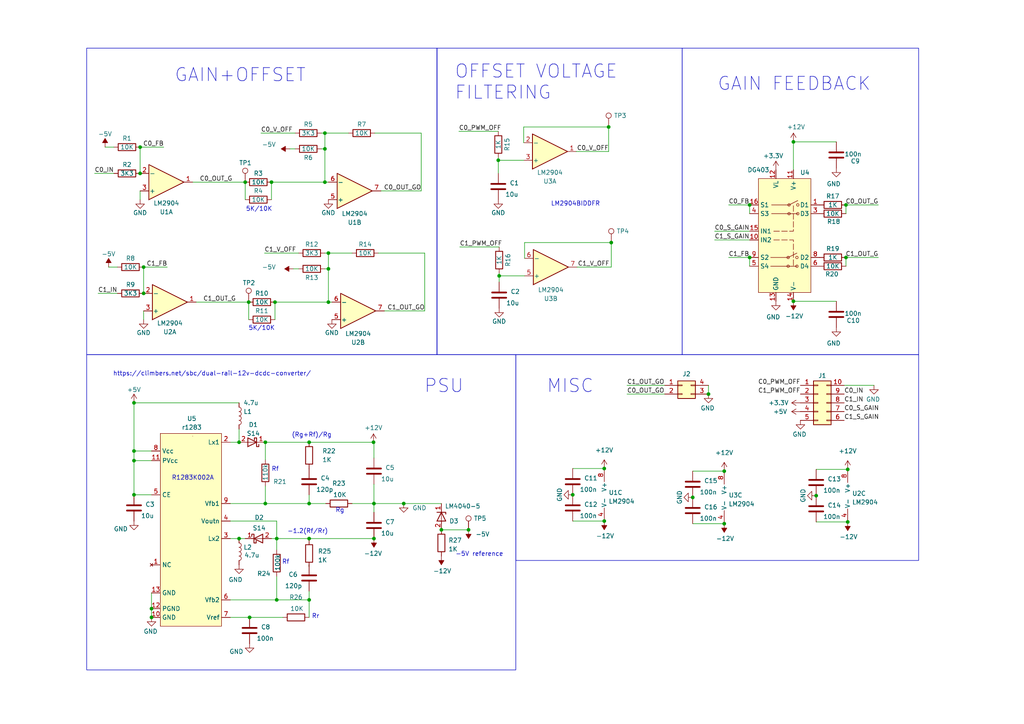
<source format=kicad_sch>
(kicad_sch (version 20230121) (generator eeschema)
  (paper "A4")
  (lib_symbols
    (symbol "Amplifier_Operational:LM2904" (pin_names (offset 0.127))
      (property "Reference" "U" (at 0 5.08 0))
      (property "Value" "LM2904" (at 0 -5.08 0))
      (symbol "LM2904_1_1"
        (polyline (pts (xy -5.08 5.08) (xy 5.08 0) (xy -5.08 -5.08) (xy -5.08 5.08)) (stroke (width 0.254)) (fill (type background)))
        (pin output line (at 7.62 0 180) (length 2.54) (name "~") (number "1"))
        (pin input line (at -7.62 -2.54 0) (length 2.54) (name "-") (number "2"))
        (pin input line (at -7.62 2.54 0) (length 2.54) (name "+") (number "3"))
      )
      (symbol "LM2904_2_1"
        (polyline (pts (xy -5.08 5.08) (xy 5.08 0) (xy -5.08 -5.08) (xy -5.08 5.08)) (stroke (width 0.254)) (fill (type background)))
        (pin input line (at -7.62 2.54 0) (length 2.54) (name "+") (number "5"))
        (pin input line (at -7.62 -2.54 0) (length 2.54) (name "-") (number "6"))
        (pin output line (at 7.62 0 180) (length 2.54) (name "~") (number "7"))
      )
      (symbol "LM2904_3_1"
        (pin power_in line (at -2.54 -7.62 90) (length 3.81) (name "V-") (number "4"))
        (pin power_in line (at -2.54 7.62 270) (length 3.81) (name "V+") (number "8"))
      )
    )
    (symbol "Connector:TestPoint" (pin_numbers hide) (pin_names (offset 0.762) hide)
      (property "Reference" "TP" (at 0 6.858 0))
      (property "Value" "TestPoint" (at 0 5.08 0))
      (symbol "TestPoint_0_1"
        (circle (center 0 3.302) (radius 0.762))
      )
      (symbol "TestPoint_1_1"
        (pin passive line (at 0 0 90) (length 2.54) (name "1") (number "1"))
      )
    )
    (symbol "Connector_Generic:Conn_02x02_Counter_Clockwise" (pin_names (offset 1.016) hide)
      (property "Reference" "J" (at 1.27 2.54 0))
      (property "Value" "Conn_02x02_Counter_Clockwise" (at 1.27 -5.08 0))
      (symbol "Conn_02x02_Counter_Clockwise_1_1"
        (rectangle (start -1.27 -2.413) (end 0 -2.667) (stroke (width 0.1524)))
        (rectangle (start -1.27 0.127) (end 0 -0.127) (stroke (width 0.1524)))
        (rectangle (start -1.27 1.27) (end 3.81 -3.81) (stroke (width 0.254)) (fill (type background)))
        (rectangle (start 3.81 -2.413) (end 2.54 -2.667) (stroke (width 0.1524)))
        (rectangle (start 3.81 0.127) (end 2.54 -0.127) (stroke (width 0.1524)))
        (pin passive line (at -5.08 0 0) (length 3.81) (name "Pin_1") (number "1"))
        (pin passive line (at -5.08 -2.54 0) (length 3.81) (name "Pin_2") (number "2"))
        (pin passive line (at 7.62 -2.54 180) (length 3.81) (name "Pin_3") (number "3"))
        (pin passive line (at 7.62 0 180) (length 3.81) (name "Pin_4") (number "4"))
      )
    )
    (symbol "Connector_Generic:Conn_02x05_Counter_Clockwise" (pin_names (offset 1.016) hide)
      (property "Reference" "J" (at 1.27 7.62 0))
      (property "Value" "Conn_02x05_Counter_Clockwise" (at 1.27 -7.62 0))
      (symbol "Conn_02x05_Counter_Clockwise_1_1"
        (rectangle (start -1.27 -4.953) (end 0 -5.207) (stroke (width 0.1524)))
        (rectangle (start -1.27 -2.413) (end 0 -2.667) (stroke (width 0.1524)))
        (rectangle (start -1.27 0.127) (end 0 -0.127) (stroke (width 0.1524)))
        (rectangle (start -1.27 2.667) (end 0 2.413) (stroke (width 0.1524)))
        (rectangle (start -1.27 5.207) (end 0 4.953) (stroke (width 0.1524)))
        (rectangle (start -1.27 6.35) (end 3.81 -6.35) (stroke (width 0.254)) (fill (type background)))
        (rectangle (start 3.81 -4.953) (end 2.54 -5.207) (stroke (width 0.1524)))
        (rectangle (start 3.81 -2.413) (end 2.54 -2.667) (stroke (width 0.1524)))
        (rectangle (start 3.81 0.127) (end 2.54 -0.127) (stroke (width 0.1524)))
        (rectangle (start 3.81 2.667) (end 2.54 2.413) (stroke (width 0.1524)))
        (rectangle (start 3.81 5.207) (end 2.54 4.953) (stroke (width 0.1524)))
        (pin passive line (at -5.08 5.08 0) (length 3.81) (name "Pin_1") (number "1"))
        (pin passive line (at 7.62 5.08 180) (length 3.81) (name "Pin_10") (number "10"))
        (pin passive line (at -5.08 2.54 0) (length 3.81) (name "Pin_2") (number "2"))
        (pin passive line (at -5.08 0 0) (length 3.81) (name "Pin_3") (number "3"))
        (pin passive line (at -5.08 -2.54 0) (length 3.81) (name "Pin_4") (number "4"))
        (pin passive line (at -5.08 -5.08 0) (length 3.81) (name "Pin_5") (number "5"))
        (pin passive line (at 7.62 -5.08 180) (length 3.81) (name "Pin_6") (number "6"))
        (pin passive line (at 7.62 -2.54 180) (length 3.81) (name "Pin_7") (number "7"))
        (pin passive line (at 7.62 0 180) (length 3.81) (name "Pin_8") (number "8"))
        (pin passive line (at 7.62 2.54 180) (length 3.81) (name "Pin_9") (number "9"))
      )
    )
    (symbol "D_Schottky_1" (pin_names (offset 1.016) hide)
      (property "Reference" "D" (at 0 2.54 0))
      (property "Value" "D_Schottky_1" (at 0 -2.54 0))
      (symbol "D_Schottky_1_0_1"
        (polyline (pts (xy 1.27 0) (xy -1.27 0)))
        (polyline (pts (xy 1.27 1.27) (xy 1.27 -1.27) (xy -1.27 0) (xy 1.27 1.27)) (stroke (width 0.254)))
        (polyline (pts (xy -1.905 0.635) (xy -1.905 1.27) (xy -1.27 1.27) (xy -1.27 -1.27) (xy -0.635 -1.27) (xy -0.635 -0.635)) (stroke (width 0.254)))
      )
      (symbol "D_Schottky_1_1_1"
        (pin passive line (at -3.81 0 0) (length 2.54) (name "K") (number "1"))
        (pin passive line (at 3.81 0 180) (length 2.54) (name "A") (number "2"))
      )
    )
    (symbol "Device:C" (pin_numbers hide) (pin_names (offset 0.254))
      (property "Reference" "C" (at 0.635 2.54 0))
      (property "Value" "C" (at 0.635 -2.54 0))
      (symbol "C_0_1"
        (polyline (pts (xy -2.032 -0.762) (xy 2.032 -0.762)) (stroke (width 0.508)))
        (polyline (pts (xy -2.032 0.762) (xy 2.032 0.762)) (stroke (width 0.508)))
      )
      (symbol "C_1_1"
        (pin passive line (at 0 3.81 270) (length 2.794) (name "~") (number "1"))
        (pin passive line (at 0 -3.81 90) (length 2.794) (name "~") (number "2"))
      )
    )
    (symbol "Device:D_Zener" (pin_names (offset 1.016) hide)
      (property "Reference" "D" (at 0 2.54 0))
      (property "Value" "D_Zener" (at 0 -2.54 0))
      (symbol "D_Zener_0_1"
        (polyline (pts (xy 1.27 0) (xy -1.27 0)))
        (polyline (pts (xy -1.27 -1.27) (xy -1.27 1.27) (xy -0.762 1.27)) (stroke (width 0.254)))
        (polyline (pts (xy 1.27 -1.27) (xy 1.27 1.27) (xy -1.27 0) (xy 1.27 -1.27)) (stroke (width 0.254)))
      )
      (symbol "D_Zener_1_1"
        (pin passive line (at -3.81 0 0) (length 2.54) (name "K") (number "1"))
        (pin passive line (at 3.81 0 180) (length 2.54) (name "A") (number "2"))
      )
    )
    (symbol "Device:L" (pin_numbers hide) (pin_names (offset 1.016) hide)
      (property "Reference" "L" (at -1.27 0 90))
      (property "Value" "L" (at 1.905 0 90))
      (symbol "L_0_1"
        (arc (start 0 -2.54) (mid 0.6323 -1.905) (end 0 -1.27))
        (arc (start 0 -1.27) (mid 0.6323 -0.635) (end 0 0))
        (arc (start 0 0) (mid 0.6323 0.635) (end 0 1.27))
        (arc (start 0 1.27) (mid 0.6323 1.905) (end 0 2.54))
      )
      (symbol "L_1_1"
        (pin passive line (at 0 3.81 270) (length 1.27) (name "1") (number "1"))
        (pin passive line (at 0 -3.81 90) (length 1.27) (name "2") (number "2"))
      )
    )
    (symbol "Device:R" (pin_numbers hide) (pin_names (offset 0))
      (property "Reference" "R" (at 2.032 0 90))
      (property "Value" "R" (at 0 0 90))
      (symbol "R_0_1"
        (rectangle (start -1.016 -2.54) (end 1.016 2.54) (stroke (width 0.254)))
      )
      (symbol "R_1_1"
        (pin passive line (at 0 3.81 270) (length 1.27) (name "~") (number "1"))
        (pin passive line (at 0 -3.81 90) (length 1.27) (name "~") (number "2"))
      )
    )
    (symbol "awg_lib:DG403"
      (property "Reference" "U" (at 2.54 17.78 0))
      (property "Value" "DG403" (at -7.112 6.604 0))
      (symbol "DG403_1_1"
        (rectangle (start -5.08 5.08) (end 10.16 -27.94) (fill (type background)))
        (polyline (pts (xy -1.524 -20.32) (xy 3.556 -20.32)))
        (polyline (pts (xy -1.524 -17.78) (xy 3.556 -17.78)))
        (polyline (pts (xy -1.27 -5.08) (xy 3.81 -5.08)))
        (polyline (pts (xy -1.27 -2.54) (xy 3.81 -2.54)))
        (polyline (pts (xy 3.556 -20.32) (xy 6.096 -20.32)))
        (polyline (pts (xy 3.556 -17.78) (xy 6.096 -16.51)))
        (polyline (pts (xy 3.81 -5.08) (xy 6.35 -5.08)))
        (polyline (pts (xy 3.81 -2.54) (xy 6.35 -1.27)))
        (polyline (pts (xy -0.635 -12.7) (xy 5.08 -12.7) (xy 5.08 -20.32)) (stroke (width 0) (type dash)))
        (polyline (pts (xy -0.635 -10.16) (xy 5.08 -10.16) (xy 5.08 -2.54)) (stroke (width 0) (type dash)))
        (circle (center 3.556 -20.32) (radius 0.3592))
        (circle (center 3.556 -17.78) (radius 0.3592))
        (circle (center 3.81 -5.08) (radius 0.3592))
        (circle (center 3.81 -2.54) (radius 0.3592))
        (circle (center 6.096 -20.32) (radius 0.3592))
        (circle (center 6.096 -17.78) (radius 0.3592))
        (circle (center 6.35 -5.08) (radius 0.3592))
        (circle (center 6.35 -2.54) (radius 0.3592))
        (pin input line (at 12.7 -2.54 180) (length 2.54) (name "D1") (number "1"))
        (pin input line (at -7.62 -12.7 0) (length 2.54) (name "IN2") (number "10"))
        (pin power_in line (at 5.08 7.62 270) (length 2.54) (name "V+") (number "11"))
        (pin power_in line (at 0 7.62 270) (length 2.54) (name "VL") (number "12"))
        (pin power_in line (at 0 -30.48 90) (length 2.54) (name "GND") (number "13"))
        (pin power_in line (at 5.08 -30.48 90) (length 2.54) (name "V-") (number "14"))
        (pin input line (at -7.62 -10.16 0) (length 2.54) (name "IN1") (number "15"))
        (pin input line (at -7.62 -2.54 0) (length 2.54) (name "S1") (number "16"))
        (pin input line (at 12.7 -5.08 180) (length 2.54) (name "D3") (number "3"))
        (pin input line (at -7.62 -5.08 0) (length 2.54) (name "S3") (number "4"))
        (pin input line (at -7.62 -20.32 0) (length 2.54) (name "S4") (number "5"))
        (pin input line (at 12.7 -20.32 180) (length 2.54) (name "D4") (number "6"))
        (pin input line (at 12.7 -17.78 180) (length 2.54) (name "D2") (number "8"))
        (pin input line (at -7.62 -17.78 0) (length 2.54) (name "S2") (number "9"))
      )
    )
    (symbol "awg_lib:r1283"
      (property "Reference" "U" (at -5.08 -2.54 0))
      (property "Value" "r1283" (at -5.08 -0.762 0))
      (symbol "r1283_0_1"
        (rectangle (start -15.24 -5.08) (end 2.54 -60.96) (fill (type background)))
        (rectangle (start -5.842 -5.842) (end -5.842 -5.842))
      )
      (symbol "r1283_1_1"
        (pin no_connect line (at -17.78 -43.18 0) (length 2.54) (name "NC") (number "1"))
        (pin power_in line (at -17.78 -58.42 0) (length 2.54) (name "GND") (number "10"))
        (pin power_out line (at -17.78 -12.954 0) (length 2.54) (name "PVcc") (number "11"))
        (pin power_out line (at -17.78 -55.88 0) (length 2.54) (name "PGND") (number "12"))
        (pin input line (at -17.78 -51.308 0) (length 2.54) (name "GND") (number "13"))
        (pin input line (at 5.08 -7.62 180) (length 2.54) (name "Lx1") (number "2"))
        (pin input line (at 5.08 -35.56 180) (length 2.54) (name "Lx2") (number "3"))
        (pin power_out line (at 5.08 -30.48 180) (length 2.54) (name "Voutn") (number "4"))
        (pin input line (at -17.78 -22.86 0) (length 2.54) (name "CE") (number "5"))
        (pin input line (at 5.08 -53.34 180) (length 2.54) (name "Vfb2") (number "6"))
        (pin input line (at 5.08 -58.42 180) (length 2.54) (name "Vref") (number "7"))
        (pin power_in line (at -17.78 -10.16 0) (length 2.54) (name "Vcc") (number "8"))
        (pin input line (at 5.08 -25.4 180) (length 2.54) (name "Vfb1") (number "9"))
      )
    )
    (symbol "power:+12V" (power) (pin_names (offset 0))
      (property "Value" "+12V" (at 0 3.556 0))
      (symbol "+12V_0_1"
        (polyline (pts (xy -0.762 1.27) (xy 0 2.54)))
        (polyline (pts (xy 0 0) (xy 0 2.54)))
        (polyline (pts (xy 0 2.54) (xy 0.762 1.27)))
      )
      (symbol "+12V_1_1"
        (pin power_in line (at 0 0 90) (length 0) hide (name "+12V") (number "1"))
      )
    )
    (symbol "power:+3.3V" (power) (pin_names (offset 0))
      (property "Value" "+3.3V" (at 0 3.556 0))
      (symbol "+3.3V_0_1"
        (polyline (pts (xy -0.762 1.27) (xy 0 2.54)))
        (polyline (pts (xy 0 0) (xy 0 2.54)))
        (polyline (pts (xy 0 2.54) (xy 0.762 1.27)))
      )
      (symbol "+3.3V_1_1"
        (pin power_in line (at 0 0 90) (length 0) hide (name "+3.3V") (number "1"))
      )
    )
    (symbol "power:+5V" (power) (pin_names (offset 0))
      (property "Value" "+5V" (at 0 3.556 0))
      (symbol "+5V_0_1"
        (polyline (pts (xy -0.762 1.27) (xy 0 2.54)))
        (polyline (pts (xy 0 0) (xy 0 2.54)))
        (polyline (pts (xy 0 2.54) (xy 0.762 1.27)))
      )
      (symbol "+5V_1_1"
        (pin power_in line (at 0 0 90) (length 0) hide (name "+5V") (number "1"))
      )
    )
    (symbol "power:-12V" (power) (pin_names (offset 0))
      (property "Value" "-12V" (at 0 3.81 0))
      (symbol "-12V_0_0"
        (pin power_in line (at 0 0 90) (length 0) hide (name "-12V") (number "1"))
      )
      (symbol "-12V_0_1"
        (polyline (pts (xy 0 0) (xy 0 1.27) (xy 0.762 1.27) (xy 0 2.54) (xy -0.762 1.27) (xy 0 1.27)) (fill (type outline)))
      )
    )
    (symbol "power:-5V" (power) (pin_names (offset 0))
      (property "Value" "-5V" (at 0 3.81 0))
      (symbol "-5V_0_0"
        (pin power_in line (at 0 0 90) (length 0) hide (name "-5V") (number "1"))
      )
      (symbol "-5V_0_1"
        (polyline (pts (xy 0 0) (xy 0 1.27) (xy 0.762 1.27) (xy 0 2.54) (xy -0.762 1.27) (xy 0 1.27)) (fill (type outline)))
      )
    )
    (symbol "power:GND" (power) (pin_names (offset 0))
      (property "Value" "GND" (at 0 -3.81 0))
      (symbol "GND_0_1"
        (polyline (pts (xy 0 0) (xy 0 -1.27) (xy 1.27 -1.27) (xy 0 -2.54) (xy -1.27 -1.27) (xy 0 -1.27)))
      )
      (symbol "GND_1_1"
        (pin power_in line (at 0 0 270) (length 0) hide (name "GND") (number "1"))
      )
    )
  )
  (junction (at 135.89 153.67))
  (junction (at 89.662 156.21))
  (junction (at 95.25 87.63))
  (junction (at 94.234 43.18))
  (junction (at 71.12 52.832))
  (junction (at 245.872 151.384))
  (junction (at 166.116 143.51))
  (junction (at 175.26 135.89))
  (junction (at 89.662 128.27))
  (junction (at 69.342 156.21))
  (junction (at 144.78 80.01))
  (junction (at 41.656 77.47))
  (junction (at 245.364 59.436))
  (junction (at 94.234 52.832))
  (junction (at 108.458 146.05))
  (junction (at 210.058 136.652))
  (junction (at 69.342 128.27))
  (junction (at 78.74 52.832))
  (junction (at 41.656 85.09))
  (junction (at 72.136 87.63))
  (junction (at 108.331 128.27))
  (junction (at 89.662 173.99))
  (junction (at 40.64 42.672))
  (junction (at 217.424 74.676))
  (junction (at 72.39 179.07))
  (junction (at 38.862 116.84))
  (junction (at 210.058 151.892))
  (junction (at 117.094 146.05))
  (junction (at 128.016 153.67))
  (junction (at 89.662 146.05))
  (junction (at 94.234 38.608))
  (junction (at 108.458 156.21))
  (junction (at 230.124 41.148))
  (junction (at 245.872 136.144))
  (junction (at 79.756 87.63))
  (junction (at 38.862 130.81))
  (junction (at 76.962 128.27))
  (junction (at 38.862 143.51))
  (junction (at 236.728 143.764))
  (junction (at 175.26 151.13))
  (junction (at 38.862 133.604))
  (junction (at 217.424 59.436))
  (junction (at 176.53 36.83))
  (junction (at 205.486 114.3))
  (junction (at 144.526 46.482))
  (junction (at 230.124 87.376))
  (junction (at 43.942 176.53))
  (junction (at 177.292 70.358))
  (junction (at 76.962 146.05))
  (junction (at 95.25 77.978))
  (junction (at 43.942 179.07))
  (junction (at 80.264 156.21))
  (junction (at 80.264 173.99))
  (junction (at 245.364 74.676))
  (junction (at 95.25 73.406))
  (junction (at 40.64 50.292))
  (junction (at 200.914 144.272))
  (wire (pts (xy 144.78 80.01) (xy 152.146 80.01)))
  (wire (pts (xy 80.264 173.99) (xy 66.802 173.99)))
  (wire (pts (xy 89.662 156.21) (xy 108.458 156.21)))
  (wire (pts (xy 110.49 55.372) (xy 122.174 55.372)))
  (wire (pts (xy 93.218 43.18) (xy 94.234 43.18)))
  (wire (pts (xy 152.146 70.358) (xy 152.146 74.93)))
  (wire (pts (xy 133.096 38.1) (xy 144.526 38.1)))
  (wire (pts (xy 43.942 179.07) (xy 43.942 176.53)))
  (wire (pts (xy 71.12 52.832) (xy 71.12 57.912)))
  (wire (pts (xy 40.64 42.672) (xy 40.64 50.292)))
  (wire (pts (xy 144.526 46.482) (xy 144.526 50.292)))
  (wire (pts (xy 242.57 87.376) (xy 230.124 87.376)))
  (wire (pts (xy 236.728 136.144) (xy 245.872 136.144)))
  (wire (pts (xy 80.264 156.21) (xy 89.662 156.21)))
  (wire (pts (xy 41.656 90.17) (xy 41.656 92.71)))
  (wire (pts (xy 230.124 41.148) (xy 230.124 49.276)))
  (wire (pts (xy 181.864 111.76) (xy 192.786 111.76)))
  (wire (pts (xy 176.53 36.83) (xy 176.53 43.942)))
  (wire (pts (xy 78.74 52.832) (xy 94.234 52.832)))
  (wire (pts (xy 245.364 74.676) (xy 245.364 77.216)))
  (wire (pts (xy 108.712 38.608) (xy 122.174 38.608)))
  (wire (pts (xy 144.526 45.72) (xy 144.526 46.482)))
  (wire (pts (xy 38.862 116.84) (xy 38.862 130.81)))
  (wire (pts (xy 166.116 135.89) (xy 175.26 135.89)))
  (wire (pts (xy 122.174 38.608) (xy 122.174 55.372)))
  (wire (pts (xy 38.862 133.604) (xy 38.862 143.51)))
  (wire (pts (xy 181.864 114.3) (xy 192.786 114.3)))
  (wire (pts (xy 85.09 77.978) (xy 86.614 77.978)))
  (wire (pts (xy 96.266 87.63) (xy 95.25 87.63)))
  (wire (pts (xy 38.862 130.81) (xy 43.942 130.81)))
  (wire (pts (xy 69.342 124.46) (xy 69.342 128.27)))
  (wire (pts (xy 242.57 41.148) (xy 230.124 41.148)))
  (wire (pts (xy 207.264 67.056) (xy 217.424 67.056)))
  (wire (pts (xy 31.496 77.47) (xy 34.036 77.47)))
  (wire (pts (xy 109.728 73.406) (xy 123.19 73.406)))
  (wire (pts (xy 108.458 146.05) (xy 108.458 148.59)))
  (wire (pts (xy 84.074 43.18) (xy 85.598 43.18)))
  (wire (pts (xy 108.458 140.462) (xy 108.458 146.05)))
  (wire (pts (xy 95.25 73.406) (xy 95.25 77.978)))
  (wire (pts (xy 211.328 59.436) (xy 217.424 59.436)))
  (wire (pts (xy 254.762 59.436) (xy 245.364 59.436)))
  (wire (pts (xy 144.78 79.248) (xy 144.78 80.01)))
  (wire (pts (xy 253.492 111.76) (xy 244.856 111.76)))
  (wire (pts (xy 89.662 128.27) (xy 76.962 128.27)))
  (wire (pts (xy 89.662 173.99) (xy 89.662 171.45)))
  (wire (pts (xy 76.962 146.05) (xy 89.662 146.05)))
  (wire (pts (xy 111.506 90.17) (xy 123.19 90.17)))
  (wire (pts (xy 38.862 143.51) (xy 43.942 143.51)))
  (wire (pts (xy 94.234 77.978) (xy 95.25 77.978)))
  (wire (pts (xy 94.234 73.406) (xy 95.25 73.406)))
  (wire (pts (xy 133.35 71.628) (xy 144.78 71.628)))
  (wire (pts (xy 79.756 87.63) (xy 95.25 87.63)))
  (wire (pts (xy 40.64 55.372) (xy 40.64 57.912)))
  (wire (pts (xy 80.264 173.99) (xy 89.662 173.99)))
  (wire (pts (xy 93.218 38.608) (xy 94.234 38.608)))
  (wire (pts (xy 94.488 146.05) (xy 89.662 146.05)))
  (wire (pts (xy 69.342 156.21) (xy 66.802 156.21)))
  (wire (pts (xy 89.662 164.338) (xy 89.662 163.83)))
  (wire (pts (xy 108.331 128.27) (xy 108.458 128.27)))
  (wire (pts (xy 76.962 140.97) (xy 76.962 146.05)))
  (wire (pts (xy 89.662 128.27) (xy 108.331 128.27)))
  (wire (pts (xy 144.78 80.01) (xy 144.78 81.788)))
  (wire (pts (xy 80.264 159.512) (xy 80.264 156.21)))
  (wire (pts (xy 89.662 179.07) (xy 89.662 173.99)))
  (wire (pts (xy 151.892 36.83) (xy 176.53 36.83)))
  (wire (pts (xy 78.74 156.21) (xy 80.264 156.21)))
  (wire (pts (xy 177.292 77.47) (xy 177.292 70.358)))
  (wire (pts (xy 144.526 46.482) (xy 151.892 46.482)))
  (wire (pts (xy 80.264 156.21) (xy 80.264 151.13)))
  (wire (pts (xy 176.53 43.942) (xy 167.132 43.942)))
  (wire (pts (xy 69.342 128.27) (xy 66.802 128.27)))
  (wire (pts (xy 117.094 146.05) (xy 128.016 146.05)))
  (wire (pts (xy 166.116 151.13) (xy 175.26 151.13)))
  (wire (pts (xy 38.862 133.604) (xy 43.942 133.604)))
  (wire (pts (xy 128.016 153.67) (xy 135.89 153.67)))
  (wire (pts (xy 177.292 70.358) (xy 152.146 70.358)))
  (wire (pts (xy 69.342 116.84) (xy 38.862 116.84)))
  (wire (pts (xy 43.942 171.958) (xy 43.942 176.53)))
  (wire (pts (xy 102.108 73.406) (xy 95.25 73.406)))
  (wire (pts (xy 217.424 74.676) (xy 217.424 77.216)))
  (wire (pts (xy 78.74 57.912) (xy 78.74 52.832)))
  (wire (pts (xy 80.264 151.13) (xy 66.802 151.13)))
  (wire (pts (xy 30.48 42.672) (xy 33.02 42.672)))
  (wire (pts (xy 56.896 87.63) (xy 72.136 87.63)))
  (wire (pts (xy 89.662 146.05) (xy 89.662 143.51)))
  (wire (pts (xy 211.328 74.676) (xy 217.424 74.676)))
  (wire (pts (xy 79.756 92.71) (xy 79.756 87.63)))
  (wire (pts (xy 217.424 59.436) (xy 217.424 61.976)))
  (wire (pts (xy 72.39 179.07) (xy 66.802 179.07)))
  (wire (pts (xy 108.458 128.27) (xy 108.458 132.842)))
  (wire (pts (xy 236.728 151.384) (xy 245.872 151.384)))
  (wire (pts (xy 210.058 151.892) (xy 200.914 151.892)))
  (wire (pts (xy 76.962 133.35) (xy 76.962 128.27)))
  (wire (pts (xy 28.448 85.09) (xy 34.036 85.09)))
  (wire (pts (xy 207.264 69.596) (xy 217.424 69.596)))
  (wire (pts (xy 151.892 41.402) (xy 151.892 36.83)))
  (wire (pts (xy 80.264 167.132) (xy 80.264 173.99)))
  (wire (pts (xy 94.234 52.832) (xy 94.234 43.18)))
  (wire (pts (xy 108.458 146.05) (xy 102.108 146.05)))
  (wire (pts (xy 66.802 146.05) (xy 76.962 146.05)))
  (wire (pts (xy 167.386 77.47) (xy 177.292 77.47)))
  (wire (pts (xy 41.656 77.47) (xy 41.656 85.09)))
  (wire (pts (xy 108.331 128.397) (xy 108.331 128.27)))
  (wire (pts (xy 47.498 42.672) (xy 40.64 42.672)))
  (wire (pts (xy 254.762 74.676) (xy 245.364 74.676)))
  (wire (pts (xy 76.708 73.406) (xy 86.614 73.406)))
  (wire (pts (xy 117.094 146.05) (xy 108.458 146.05)))
  (wire (pts (xy 82.042 179.07) (xy 72.39 179.07)))
  (wire (pts (xy 101.092 38.608) (xy 94.234 38.608)))
  (wire (pts (xy 89.662 156.718) (xy 89.662 156.21)))
  (wire (pts (xy 69.342 156.21) (xy 71.12 156.21)))
  (wire (pts (xy 205.486 114.3) (xy 205.486 111.76)))
  (wire (pts (xy 27.432 50.292) (xy 33.02 50.292)))
  (wire (pts (xy 95.25 52.832) (xy 94.234 52.832)))
  (wire (pts (xy 48.514 77.47) (xy 41.656 77.47)))
  (wire (pts (xy 72.136 87.63) (xy 72.136 92.71)))
  (wire (pts (xy 245.364 59.436) (xy 245.364 61.976)))
  (wire (pts (xy 200.914 136.652) (xy 210.058 136.652)))
  (wire (pts (xy 95.25 87.63) (xy 95.25 77.978)))
  (wire (pts (xy 55.88 52.832) (xy 71.12 52.832)))
  (wire (pts (xy 38.862 130.81) (xy 38.862 133.604)))
  (wire (pts (xy 94.234 38.608) (xy 94.234 43.18)))
  (wire (pts (xy 123.19 73.406) (xy 123.19 90.17)))
  (wire (pts (xy 75.692 38.608) (xy 85.598 38.608)))
  (rectangle (start 25.146 102.87) (end 149.606 194.31))
  (rectangle (start 126.746 13.97) (end 197.866 102.87))
  (rectangle (start 197.866 13.97) (end 266.446 102.87))
  (rectangle (start 25.146 13.97) (end 126.746 102.87))
  (rectangle (start 149.606 102.87) (end 266.446 162.56))
  (text "OFFSET VOLTAGE\nFILTERING" (at 131.826 29.21 0) (effects (font (size 3.81 3.81)) (justify left bottom)))
  (text "-1.2(Rf/Rr)" (at 83.312 154.94 0) (effects (font (size 1.27 1.27)) (justify left bottom)))
  (text "5K/10K" (at 79.756 96.012 0) (effects (font (size 1.27 1.27)) (justify right bottom)))
  (text "GAIN FEEDBACK" (at 208.026 26.67 0) (effects (font (size 3.81 3.81)) (justify left bottom)))
  (text "MISC" (at 158.496 114.3 0) (effects (font (size 3.81 3.81)) (justify left bottom)))
  (text "-5V reference" (at 132.08 161.544 0) (effects (font (size 1.27 1.27)) (justify left bottom)))
  (text "R1283K002A" (at 49.784 139.446 0) (effects (font (size 1.27 1.27)) (justify left bottom)))
  (text "Rf" (at 78.74 136.906 0) (effects (font (size 1.27 1.27)) (justify left bottom)))
  (text "GAIN+OFFSET" (at 50.546 24.13 0) (effects (font (size 3.81 3.81)) (justify left bottom)))
  (text "Rr" (at 90.424 179.578 0) (effects (font (size 1.27 1.27)) (justify left bottom)))
  (text "Rf" (at 81.788 163.83 0) (effects (font (size 1.27 1.27)) (justify left bottom)))
  (text "PSU" (at 122.936 114.3 0) (effects (font (size 3.81 3.81)) (justify left bottom)))
  (text "LM2904BIDDFR" (at 159.766 59.944 0) (effects (font (size 1.27 1.27)) (justify left bottom)))
  (text "https://climbers.net/sbc/dual-rail-12v-dcdc-converter/" (at 32.766 109.22 0) (effects (font (size 1.27 1.27)) (justify left bottom)))
  (text "(Rg+Rf)/Rg" (at 84.582 127 0) (effects (font (size 1.27 1.27)) (justify left bottom)))
  (text "Rg" (at 97.282 148.844 0) (effects (font (size 1.27 1.27)) (justify left bottom)))
  (text "5K/10K" (at 78.994 61.468 0) (effects (font (size 1.27 1.27)) (justify right bottom)))
  (label "C1_IN" (at 28.448 85.09 0))
  (label "C1_S_GAIN" (at 207.264 69.596 0))
  (label "C0_OUT_G" (at 254.762 59.436 180))
  (label "C1_V_OFF" (at 76.708 73.406 0))
  (label "C1_OUT_GO" (at 123.19 90.17 180))
  (label "C1_OUT_G" (at 58.928 87.63 0))
  (label "C0_S_GAIN" (at 207.264 67.056 0))
  (label "C1_FB" (at 48.514 77.47 180))
  (label "C1_OUT_G" (at 254.762 74.676 180))
  (label "C0_IN" (at 244.856 114.3 0))
  (label "C1_FB" (at 211.328 74.676 0))
  (label "C0_S_GAIN" (at 244.856 119.38 0))
  (label "C1_IN" (at 244.856 116.84 0))
  (label "C0_FB" (at 211.328 59.436 0))
  (label "C0_PWM_OFF" (at 232.156 111.76 180))
  (label "C0_V_OFF" (at 176.53 43.942 180))
  (label "C1_OUT_GO" (at 181.864 111.76 0))
  (label "C0_IN" (at 27.432 50.292 0))
  (label "C0_OUT_G" (at 57.912 52.832 0))
  (label "C0_OUT_GO" (at 122.174 55.372 180))
  (label "C0_FB" (at 47.498 42.672 180))
  (label "C0_PWM_OFF" (at 133.096 38.1 0))
  (label "C1_S_GAIN" (at 244.856 121.92 0))
  (label "C1_PWM_OFF" (at 133.35 71.628 0))
  (label "C0_V_OFF" (at 75.692 38.608 0))
  (label "C1_V_OFF" (at 176.784 77.47 180))
  (label "C0_OUT_GO" (at 181.864 114.3 0))
  (label "C1_PWM_OFF" (at 232.156 114.3 180))
  (symbol (lib_id "awg_lib:DG403") (at 225.044 56.896 0) (unit 1)
    (property "Reference" "U4" (at 232.0799 50.038 0) (effects (justify left)))
    (property "Value" "DG403" (at 219.964 49.276 0))
    (property "Footprint" "Package_SO:TSSOP-16-1EP_4.4x5mm_P0.65mm" (effects hide))
    (property "BUY" "https://www.digikey.com/en/products/detail/renesas-electronics-america-inc/DG403DVZ/1976787" (effects hide))
  )
  (symbol (lib_id "awg_lib:r1283") (at 61.722 120.65 0) (unit 1)
    (property "Reference" "U5" (at 55.626 121.412 0))
    (property "Value" "r1283" (at 55.626 123.952 0))
    (property "Footprint" "awg_fp_lib:DFN-12" (effects hide))
    (property "BUY" "https://www.digikey.com/en/products/detail/nisshinbo-micro-devices-inc/R1283K001C-TR/10212797" (effects hide))
  )
  (symbol (lib_id "Device:R") (at 128.016 157.48 0) (unit 1)
    (property "Reference" "R27" (at 130.048 156.718 0) (effects (justify left)))
    (property "Value" "1K" (at 130.048 159.258 0) (effects (justify left)))
    (property "Footprint" "Resistor_SMD:R_0603_1608Metric" (effects hide))
  )
  (symbol (lib_id "power:-12V") (at 230.124 87.376 180) (unit 1)
    (property "Reference" "#PWR0118" (effects hide))
    (property "Value" "-12V" (at 230.378 91.694 0))
  )
  (symbol (lib_id "Device:C") (at 72.39 182.88 0) (unit 1)
    (property "Reference" "C8" (at 75.692 181.864 0) (effects (justify left)))
    (property "Value" "100n" (at 74.422 185.166 0) (effects (justify left)))
    (property "Footprint" "Capacitor_SMD:C_0603_1608Metric_Pad1.08x0.95mm_HandSolder" (effects hide))
  )
  (symbol (lib_id "power:+3.3V") (at 232.156 116.84 90) (unit 1)
    (property "Reference" "#PWR0110" (effects hide))
    (property "Value" "+3.3V" (at 225.806 116.84 90))
  )
  (symbol (lib_id "power:-12V") (at 210.058 151.892 180) (unit 1)
    (property "Reference" "#PWR02" (effects hide))
    (property "Value" "-12V" (at 210.312 156.21 0))
  )
  (symbol (lib_id "power:GND") (at 236.728 143.764 270) (unit 1)
    (property "Reference" "#PWR0101" (effects hide))
    (property "Value" "GND" (at 232.918 145.796 0) (effects (justify right)))
  )
  (symbol (lib_name "D_Schottky_1") (lib_id "Device:D_Schottky") (at 74.93 156.21 0) (unit 1)
    (property "Reference" "D2" (at 75.184 150.114 0))
    (property "Value" "S14" (at 75.184 153.162 0))
    (property "Footprint" "awg_fp_lib:S14" (effects hide))
    (property "BUY" "https://www.digikey.com/en/products/detail/yangzhou-yangjie-electronic-technology-co-ltd/S14-F1-3000HF/13911645" (effects hide))
  )
  (symbol (lib_id "Connector_Generic:Conn_02x05_Counter_Clockwise") (at 237.236 116.84 0) (unit 1)
    (property "Reference" "J1" (at 238.506 108.966 0))
    (property "Value" "02x05" (effects hide))
    (property "Footprint" "awg_fp_lib:2x05" (effects hide))
  )
  (symbol (lib_id "Amplifier_Operational:LM2904") (at 177.8 143.51 0) (unit 3)
    (property "Reference" "U1" (at 176.53 142.875 0) (effects (justify left)))
    (property "Value" "LM2904" (at 176.53 145.415 0) (effects (justify left)))
    (property "Footprint" "Package_TO_SOT_SMD:SOT-23-8_Handsoldering" (effects hide))
    (property "Datasheet" "http://www.ti.com/lit/ds/symlink/lm358.pdf" (effects hide))
    (property "BUY" "https://www.digikey.com/en/products/detail/texas-instruments/LM2904BIDDFR/15222319" (effects hide))
  )
  (symbol (lib_id "Device:R") (at 241.554 61.976 270) (mirror x) (unit 1)
    (property "Reference" "R18" (at 241.808 64.262 90))
    (property "Value" "10K" (at 241.554 61.976 90))
    (property "Footprint" "Resistor_SMD:R_0603_1608Metric" (effects hide))
  )
  (symbol (lib_id "power:-5V") (at 84.074 43.18 90) (unit 1)
    (property "Reference" "#PWR0121" (effects hide))
    (property "Value" "-5V" (at 75.946 41.91 90) (effects (justify right)))
  )
  (symbol (lib_id "Device:R") (at 37.846 85.09 90) (unit 1)
    (property "Reference" "R9" (at 37.846 82.55 90))
    (property "Value" "3K3" (at 37.846 85.09 90))
    (property "Footprint" "Resistor_SMD:R_0603_1608Metric" (effects hide))
  )
  (symbol (lib_id "Device:R") (at 89.408 43.18 270) (unit 1)
    (property "Reference" "R6" (at 89.408 45.72 90))
    (property "Value" "10K" (at 89.408 43.18 90))
    (property "Footprint" "Resistor_SMD:R_0603_1608Metric" (effects hide))
  )
  (symbol (lib_id "Device:R") (at 80.264 163.322 0) (mirror y) (unit 1)
    (property "Reference" "R24" (at 78.486 166.37 0) (effects (justify left)))
    (property "Value" "100k" (at 80.518 165.608 90) (effects (justify left)))
    (property "Footprint" "Resistor_SMD:R_0603_1608Metric" (effects hide))
    (property "BUY" "https://www.digikey.com/en/products/detail/yageo/RC0603FR-07110KL/726905" (effects hide))
  )
  (symbol (lib_id "Device:C") (at 108.458 152.4 0) (unit 1)
    (property "Reference" "C7" (at 111.76 151.384 0) (effects (justify left)))
    (property "Value" "10u" (at 110.49 154.686 0) (effects (justify left)))
    (property "Footprint" "Capacitor_SMD:C_0805_2012Metric_Pad1.18x1.45mm_HandSolder" (effects hide))
  )
  (symbol (lib_id "Connector_Generic:Conn_02x02_Counter_Clockwise") (at 197.866 111.76 0) (unit 1)
    (property "Reference" "J2" (at 199.136 108.458 0))
    (property "Value" "02x02" (effects hide))
    (property "Footprint" "awg_fp_lib:2x02" (effects hide))
  )
  (symbol (lib_id "Device:R") (at 90.424 73.406 90) (unit 1)
    (property "Reference" "R12" (at 90.424 70.866 90))
    (property "Value" "3K3" (at 90.424 73.406 90))
    (property "Footprint" "Resistor_SMD:R_0603_1608Metric" (effects hide))
  )
  (symbol (lib_id "power:+12V") (at 175.26 135.89 0) (unit 1)
    (property "Reference" "#PWR0112" (effects hide))
    (property "Value" "+12V" (at 175.26 130.556 0))
  )
  (symbol (lib_id "power:+12V") (at 245.872 136.144 0) (unit 1)
    (property "Reference" "#PWR0114" (effects hide))
    (property "Value" "+12V" (at 245.872 130.81 0))
  )
  (symbol (lib_id "Device:R") (at 89.408 38.608 90) (unit 1)
    (property "Reference" "R5" (at 89.408 36.068 90))
    (property "Value" "3K3" (at 89.408 38.608 90))
    (property "Footprint" "Resistor_SMD:R_0603_1608Metric" (effects hide))
    (property "BUY" "https://www.digikey.com/en/products/detail/yageo/RC0603FR-103K3L/13694210" (effects hide))
  )
  (symbol (lib_id "power:+5V") (at 232.156 119.38 90) (unit 1)
    (property "Reference" "#PWR0109" (effects hide))
    (property "Value" "+5V" (at 228.346 119.38 90) (effects (justify left)))
  )
  (symbol (lib_id "power:+5V") (at 38.862 116.84 0) (unit 1)
    (property "Reference" "#PWR0135" (effects hide))
    (property "Value" "+5V" (at 38.862 113.03 0))
  )
  (symbol (lib_id "Device:R") (at 89.662 132.08 0) (unit 1)
    (property "Reference" "R22" (at 93.472 130.8099 0) (effects (justify left)))
    (property "Value" "1K" (at 93.472 133.3499 0) (effects (justify left)))
    (property "Footprint" "Resistor_SMD:R_0603_1608Metric" (effects hide))
  )
  (symbol (lib_id "Device:R") (at 37.846 77.47 90) (unit 1)
    (property "Reference" "R8" (at 37.846 74.93 90))
    (property "Value" "10K" (at 37.846 77.47 90))
    (property "Footprint" "Resistor_SMD:R_0603_1608Metric" (effects hide))
  )
  (symbol (lib_id "Amplifier_Operational:LM2904") (at 102.87 55.372 0) (mirror x) (unit 2)
    (property "Reference" "U1" (at 102.87 64.516 0))
    (property "Value" "LM2904" (at 102.87 61.976 0))
    (property "Footprint" "Package_TO_SOT_SMD:SOT-23-8_Handsoldering" (effects hide))
    (property "Datasheet" "http://www.ti.com/lit/ds/symlink/lm358.pdf" (effects hide))
    (property "BUY" "https://www.digikey.com/en/products/detail/texas-instruments/LM2904BIDDFR/15222319" (effects hide))
  )
  (symbol (lib_id "Device:R") (at 74.93 52.832 270) (mirror x) (unit 1)
    (property "Reference" "R3" (at 74.93 50.292 90))
    (property "Value" "10K" (at 74.93 52.832 90))
    (property "Footprint" "Resistor_SMD:R_0603_1608Metric" (effects hide))
    (property "BUY" "https://www.digikey.com/en/products/detail/stackpole-electronics-inc/RNCP0603FTD10K0/2240139" (effects hide))
  )
  (symbol (lib_id "power:GND") (at 242.57 48.768 0) (unit 1)
    (property "Reference" "#PWR0119" (effects hide))
    (property "Value" "GND" (at 243.84 53.34 0) (effects (justify right)))
  )
  (symbol (lib_id "power:GND") (at 253.492 111.76 0) (unit 1)
    (property "Reference" "#PWR0102" (effects hide))
    (property "Value" "GND" (at 255.27 115.824 0) (effects (justify right)))
  )
  (symbol (lib_id "Device:R") (at 76.962 137.16 0) (unit 1)
    (property "Reference" "R21" (at 79.248 139.7 0) (effects (justify left)))
    (property "Value" "110k" (at 76.962 139.446 90) (effects (justify left)))
    (property "Footprint" "Resistor_SMD:R_0603_1608Metric" (effects hide))
    (property "BUY" "https://www.digikey.com/en/products/detail/yageo/RC0603FR-07100KL/726889" (effects hide))
  )
  (symbol (lib_id "Device:R") (at 36.83 42.672 90) (unit 1)
    (property "Reference" "R1" (at 36.83 40.132 90))
    (property "Value" "10K" (at 36.83 42.672 90))
    (property "Footprint" "Resistor_SMD:R_0603_1608Metric" (effects hide))
  )
  (symbol (lib_id "power:+12V") (at 230.124 41.148 0) (unit 1)
    (property "Reference" "#PWR0117" (effects hide))
    (property "Value" "+12V" (at 230.886 36.83 0))
  )
  (symbol (lib_id "power:GND") (at 205.486 114.3 0) (unit 1)
    (property "Reference" "#PWR01" (effects hide))
    (property "Value" "GND" (at 207.264 118.364 0) (effects (justify right)))
  )
  (symbol (lib_id "Amplifier_Operational:LM2904") (at 48.26 52.832 0) (mirror x) (unit 1)
    (property "Reference" "U1" (at 48.26 61.468 0))
    (property "Value" "LM2904" (at 48.26 58.928 0))
    (property "Footprint" "Package_TO_SOT_SMD:SOT-23-8_Handsoldering" (effects hide))
    (property "Datasheet" "http://www.ti.com/lit/ds/symlink/lm358.pdf" (effects hide))
    (property "BUY" "https://www.digikey.com/en/products/detail/texas-instruments/LM2904BIDDFR/15222319" (effects hide))
  )
  (symbol (lib_id "power:GND") (at 95.25 57.912 0) (unit 1)
    (property "Reference" "#PWR0123" (effects hide))
    (property "Value" "GND" (at 97.282 61.722 0) (effects (justify right)))
  )
  (symbol (lib_id "Device:R") (at 90.424 77.978 270) (unit 1)
    (property "Reference" "R13" (at 90.424 80.518 90))
    (property "Value" "10K" (at 90.424 77.978 90))
    (property "Footprint" "Resistor_SMD:R_0603_1608Metric" (effects hide))
  )
  (symbol (lib_id "Connector:TestPoint") (at 177.292 70.358 0) (unit 1) (in_bom no)
    (property "Reference" "TP4" (at 178.816 67.056 0) (effects (justify left)))
    (property "Value" "TestPoint" (effects hide))
    (property "Footprint" "TestPoint:TestPoint_THTPad_2.0x2.0mm_Drill1.0mm" (effects hide))
  )
  (symbol (lib_id "Device:R") (at 144.526 41.91 0) (unit 1)
    (property "Reference" "R15" (at 147.066 41.91 90))
    (property "Value" "1K" (at 144.526 41.91 90))
    (property "Footprint" "Resistor_SMD:R_0603_1608Metric" (effects hide))
  )
  (symbol (lib_id "Device:C") (at 166.116 147.32 0) (unit 1)
    (property "Reference" "C12" (at 169.418 146.304 0) (effects (justify left)))
    (property "Value" "100n" (at 168.148 149.606 0) (effects (justify left)))
    (property "Footprint" "Capacitor_SMD:C_0603_1608Metric_Pad1.08x0.95mm_HandSolder" (effects hide))
  )
  (symbol (lib_id "power:-12V") (at 108.458 156.21 180) (unit 1)
    (property "Reference" "#PWR03" (effects hide))
    (property "Value" "-12V" (at 108.204 160.528 0))
  )
  (symbol (lib_id "power:GND") (at 43.942 179.07 0) (unit 1)
    (property "Reference" "#PWR0131" (effects hide))
    (property "Value" "GND" (at 45.72 183.134 0) (effects (justify right)))
  )
  (symbol (lib_id "power:GND") (at 242.57 94.996 0) (unit 1)
    (property "Reference" "#PWR0120" (effects hide))
    (property "Value" "GND" (at 243.84 99.568 0) (effects (justify right)))
  )
  (symbol (lib_id "power:+12V") (at 210.058 136.652 0) (unit 1)
    (property "Reference" "#PWR0104" (effects hide))
    (property "Value" "+12V" (at 210.058 131.318 0))
  )
  (symbol (lib_id "power:GND") (at 225.044 87.376 0) (unit 1)
    (property "Reference" "#PWR0115" (effects hide))
    (property "Value" "GND" (at 226.314 91.948 0) (effects (justify right)))
  )
  (symbol (lib_id "power:-5V") (at 135.89 153.67 180) (unit 1)
    (property "Reference" "#PWR0128" (effects hide))
    (property "Value" "-5V" (at 137.922 154.9399 0) (effects (justify right)))
  )
  (symbol (lib_id "Amplifier_Operational:LM2904") (at 49.276 87.63 0) (mirror x) (unit 1)
    (property "Reference" "U2" (at 49.276 96.266 0))
    (property "Value" "LM2904" (at 49.276 93.726 0))
    (property "Footprint" "Package_TO_SOT_SMD:SOT-23-8_Handsoldering" (effects hide))
    (property "Datasheet" "http://www.ti.com/lit/ds/symlink/lm358.pdf" (effects hide))
    (property "BUY" "https://www.digikey.com/en/products/detail/texas-instruments/LM2904BIDDFR/15222319" (effects hide))
  )
  (symbol (lib_id "Device:L") (at 69.342 160.02 0) (unit 1)
    (property "Reference" "L2" (at 70.612 158.7499 0) (effects (justify left)))
    (property "Value" "4.7u" (at 70.866 161.036 0) (effects (justify left)))
    (property "Footprint" "awg_fp_lib:NRH2410" (effects hide))
  )
  (symbol (lib_id "power:+3.3V") (at 225.044 49.276 0) (unit 1)
    (property "Reference" "#PWR0116" (effects hide))
    (property "Value" "+3.3V" (at 224.282 45.212 0))
  )
  (symbol (lib_id "Device:R") (at 144.78 75.438 0) (unit 1)
    (property "Reference" "R16" (at 147.32 75.438 90))
    (property "Value" "1K" (at 144.78 75.438 90))
    (property "Footprint" "Resistor_SMD:R_0603_1608Metric" (effects hide))
  )
  (symbol (lib_id "power:GND") (at 96.266 92.71 0) (unit 1)
    (property "Reference" "#PWR0137" (effects hide))
    (property "Value" "GND" (at 98.298 96.52 0) (effects (justify right)))
  )
  (symbol (lib_id "Device:R") (at 36.83 50.292 90) (unit 1)
    (property "Reference" "R2" (at 36.83 47.752 90))
    (property "Value" "3K3" (at 36.83 50.292 90))
    (property "Footprint" "Resistor_SMD:R_0603_1608Metric" (effects hide))
  )
  (symbol (lib_name "D_Schottky_1") (lib_id "Device:D_Schottky") (at 73.152 128.27 180) (unit 1)
    (property "Reference" "D1" (at 73.4695 123.19 0))
    (property "Value" "S14" (at 73.4695 125.73 0))
    (property "Footprint" "awg_fp_lib:S14" (effects hide))
  )
  (symbol (lib_id "Device:R") (at 105.918 73.406 90) (unit 1)
    (property "Reference" "R14" (at 105.918 70.866 90))
    (property "Value" "10K" (at 105.918 73.406 90))
    (property "Footprint" "Resistor_SMD:R_0603_1608Metric" (effects hide))
  )
  (symbol (lib_id "power:GND") (at 40.64 57.912 0) (unit 1)
    (property "Reference" "#PWR0139" (effects hide))
    (property "Value" "GND" (at 42.672 61.722 0) (effects (justify right)))
  )
  (symbol (lib_id "Device:C") (at 242.57 44.958 180) (unit 1)
    (property "Reference" "C9" (at 249.428 46.736 0) (effects (justify left)))
    (property "Value" "100n" (at 249.936 44.704 0) (effects (justify left)))
    (property "Footprint" "Capacitor_SMD:C_0603_1608Metric_Pad1.08x0.95mm_HandSolder" (effects hide))
  )
  (symbol (lib_id "Device:C") (at 89.662 139.7 0) (unit 1)
    (property "Reference" "C4" (at 92.964 138.684 0) (effects (justify left)))
    (property "Value" "120p" (at 91.694 141.986 0) (effects (justify left)))
    (property "Footprint" "Capacitor_SMD:C_0603_1608Metric_Pad1.08x0.95mm_HandSolder" (effects hide))
  )
  (symbol (lib_id "Device:R") (at 89.662 160.528 0) (unit 1)
    (property "Reference" "R25" (at 92.202 159.893 0) (effects (justify left)))
    (property "Value" "1K" (at 92.202 162.433 0) (effects (justify left)))
    (property "Footprint" "Resistor_SMD:R_0603_1608Metric" (effects hide))
    (property "BUY" "https://www.digikey.com/en/products/detail/stackpole-electronics-inc/RNCP0603FTD1K00/2240106" (effects hide))
  )
  (symbol (lib_id "Connector:TestPoint") (at 72.136 87.63 0) (unit 1) (in_bom no)
    (property "Reference" "TP2" (at 70.358 82.042 0) (effects (justify left)))
    (property "Value" "TestPoint" (effects hide))
    (property "Footprint" "TestPoint:TestPoint_THTPad_2.0x2.0mm_Drill1.0mm" (effects hide))
  )
  (symbol (lib_id "Device:C") (at 166.116 139.7 0) (unit 1)
    (property "Reference" "C11" (at 169.418 138.684 0) (effects (justify left)))
    (property "Value" "100n" (at 168.148 141.986 0) (effects (justify left)))
    (property "Footprint" "Capacitor_SMD:C_0603_1608Metric_Pad1.08x0.95mm_HandSolder" (effects hide))
    (property "BUY" "https://www.digikey.com/en/products/detail/samsung-electro-mechanics/CL10B104KB8NNWC/3887593" (effects hide))
  )
  (symbol (lib_id "Device:C") (at 89.662 167.64 0) (mirror y) (unit 1)
    (property "Reference" "C6" (at 86.36 166.624 0) (effects (justify left)))
    (property "Value" "120p" (at 87.63 169.926 0) (effects (justify left)))
    (property "Footprint" "Capacitor_SMD:C_0603_1608Metric_Pad1.08x0.95mm_HandSolder" (effects hide))
    (property "BUY" "https://www.digikey.com/en/products/detail/walsin-technology-corporation/0603N121J500CT/9354978" (effects hide))
  )
  (symbol (lib_id "power:GND") (at 166.116 143.51 270) (unit 1)
    (property "Reference" "#PWR0107" (effects hide))
    (property "Value" "GND" (at 162.306 145.542 0) (effects (justify right)))
  )
  (symbol (lib_id "power:GND") (at 69.342 163.83 0) (unit 1)
    (property "Reference" "#PWR0130" (effects hide))
    (property "Value" "GND" (at 70.358 168.148 0) (effects (justify right)))
  )
  (symbol (lib_id "Amplifier_Operational:LM2904") (at 212.598 144.272 0) (unit 3)
    (property "Reference" "U3" (at 211.328 143.637 0) (effects (justify left)))
    (property "Value" "LM2904" (at 211.328 146.177 0) (effects (justify left)))
    (property "Footprint" "Package_TO_SOT_SMD:SOT-23-8_Handsoldering" (effects hide))
    (property "Datasheet" "http://www.ti.com/lit/ds/symlink/lm358.pdf" (effects hide))
    (property "BUY" "https://www.digikey.com/en/products/detail/texas-instruments/LM2904BIDDFR/15222319" (effects hide))
  )
  (symbol (lib_id "Device:C") (at 144.526 54.102 0) (unit 1)
    (property "Reference" "C1" (at 147.828 53.086 0) (effects (justify left)))
    (property "Value" "10u" (at 146.558 56.388 0) (effects (justify left)))
    (property "Footprint" "Capacitor_SMD:C_0805_2012Metric_Pad1.18x1.45mm_HandSolder" (effects hide))
  )
  (symbol (lib_id "Device:C") (at 200.914 148.082 0) (unit 1)
    (property "Reference" "C16" (at 204.216 147.066 0) (effects (justify left)))
    (property "Value" "100n" (at 202.946 150.368 0) (effects (justify left)))
    (property "Footprint" "Capacitor_SMD:C_0603_1608Metric_Pad1.08x0.95mm_HandSolder" (effects hide))
  )
  (symbol (lib_id "power:-12V") (at 245.872 151.384 180) (unit 1)
    (property "Reference" "#PWR0103" (effects hide))
    (property "Value" "-12V" (at 246.126 155.702 0))
  )
  (symbol (lib_id "Device:R") (at 241.554 77.216 90) (unit 1)
    (property "Reference" "R20" (at 241.3 79.502 90))
    (property "Value" "10K" (at 241.554 77.216 90))
    (property "Footprint" "Resistor_SMD:R_0603_1608Metric" (effects hide))
  )
  (symbol (lib_id "Connector:TestPoint") (at 176.53 36.83 0) (unit 1) (in_bom no)
    (property "Reference" "TP3" (at 178.054 33.528 0) (effects (justify left)))
    (property "Value" "TestPoint" (effects hide))
    (property "Footprint" "TestPoint:TestPoint_THTPad_2.0x2.0mm_Drill1.0mm" (effects hide))
  )
  (symbol (lib_id "Device:C") (at 236.728 139.954 0) (unit 1)
    (property "Reference" "C13" (at 240.03 138.938 0) (effects (justify left)))
    (property "Value" "100n" (at 238.76 142.24 0) (effects (justify left)))
    (property "Footprint" "Capacitor_SMD:C_0603_1608Metric_Pad1.08x0.95mm_HandSolder" (effects hide))
  )
  (symbol (lib_id "Amplifier_Operational:LM2904") (at 248.412 143.764 0) (unit 3)
    (property "Reference" "U2" (at 247.142 143.129 0) (effects (justify left)))
    (property "Value" "LM2904" (at 247.142 145.669 0) (effects (justify left)))
    (property "Footprint" "Package_TO_SOT_SMD:SOT-23-8_Handsoldering" (effects hide))
    (property "Datasheet" "http://www.ti.com/lit/ds/symlink/lm358.pdf" (effects hide))
    (property "BUY" "https://www.digikey.com/en/products/detail/texas-instruments/LM2904BIDDFR/15222319" (effects hide))
  )
  (symbol (lib_id "Device:C") (at 38.862 147.32 0) (unit 1)
    (property "Reference" "C3" (at 42.164 146.304 0) (effects (justify left)))
    (property "Value" "10u" (at 40.894 149.606 0) (effects (justify left)))
    (property "Footprint" "Capacitor_SMD:C_0805_2012Metric_Pad1.18x1.45mm_HandSolder" (effects hide))
    (property "BUY" "https://www.digikey.com/en/products/detail/samsung-electro-mechanics/CL21A106KAYNNNG/3894413" (effects hide))
  )
  (symbol (lib_id "Device:C") (at 236.728 147.574 0) (unit 1)
    (property "Reference" "C14" (at 240.03 146.558 0) (effects (justify left)))
    (property "Value" "100n" (at 238.76 149.86 0) (effects (justify left)))
    (property "Footprint" "Capacitor_SMD:C_0603_1608Metric_Pad1.08x0.95mm_HandSolder" (effects hide))
  )
  (symbol (lib_id "Device:C") (at 108.458 136.652 0) (unit 1)
    (property "Reference" "C5" (at 111.76 135.636 0) (effects (justify left)))
    (property "Value" "10u" (at 110.49 138.938 0) (effects (justify left)))
    (property "Footprint" "Capacitor_SMD:C_0805_2012Metric_Pad1.18x1.45mm_HandSolder" (effects hide))
  )
  (symbol (lib_id "Device:C") (at 242.57 91.186 180) (unit 1)
    (property "Reference" "C10" (at 249.428 92.964 0) (effects (justify left)))
    (property "Value" "100n" (at 249.936 90.932 0) (effects (justify left)))
    (property "Footprint" "Capacitor_SMD:C_0603_1608Metric_Pad1.08x0.95mm_HandSolder" (effects hide))
  )
  (symbol (lib_id "Connector:TestPoint") (at 71.12 52.832 0) (unit 1) (in_bom no)
    (property "Reference" "TP1" (at 69.342 47.244 0) (effects (justify left)))
    (property "Value" "TestPoint" (effects hide))
    (property "Footprint" "TestPoint:TestPoint_THTPad_2.0x2.0mm_Drill1.0mm" (effects hide))
  )
  (symbol (lib_id "Device:D_Zener") (at 128.016 149.86 270) (unit 1)
    (property "Reference" "D3" (at 130.302 151.1301 90) (effects (justify left)))
    (property "Value" "LM4040-5" (at 129.032 146.812 90) (effects (justify left)))
    (property "Footprint" "Package_TO_SOT_SMD:SOT-23" (effects hide))
    (property "BUY" "https://www.digikey.com/en/products/detail/microchip-technology/LM4040DYM3-5-0-TR/1027698" (effects hide))
  )
  (symbol (lib_id "Device:R") (at 75.946 92.71 90) (unit 1)
    (property "Reference" "R11" (at 75.946 90.17 90))
    (property "Value" "10K" (at 75.946 92.71 90))
    (property "Footprint" "Resistor_SMD:R_0603_1608Metric" (effects hide))
  )
  (symbol (lib_id "power:GND") (at 38.862 151.13 0) (unit 1)
    (property "Reference" "#PWR0129" (effects hide))
    (property "Value" "GND" (at 37.084 153.416 0) (effects (justify right)))
  )
  (symbol (lib_id "Device:R") (at 98.298 146.05 270) (unit 1)
    (property "Reference" "R23" (at 98.298 140.208 90))
    (property "Value" "10K" (at 98.552 143.51 90))
    (property "Footprint" "Resistor_SMD:R_0603_1608Metric" (effects hide))
  )
  (symbol (lib_id "power:GND") (at 144.78 89.408 0) (unit 1)
    (property "Reference" "#PWR0125" (effects hide))
    (property "Value" "GND" (at 146.812 93.218 0) (effects (justify right)))
  )
  (symbol (lib_id "power:GND") (at 117.094 146.05 0) (unit 1)
    (property "Reference" "#PWR0133" (effects hide))
    (property "Value" "GND" (at 123.698 147.32 0) (effects (justify right)))
  )
  (symbol (lib_id "power:+12V") (at 108.331 128.397 0) (unit 1)
    (property "Reference" "#PWR0134" (effects hide))
    (property "Value" "+12V" (at 108.331 124.079 0))
  )
  (symbol (lib_id "power:GND") (at 200.914 144.272 270) (unit 1)
    (property "Reference" "#PWR0105" (effects hide))
    (property "Value" "GND" (at 197.104 146.304 0) (effects (justify right)))
  )
  (symbol (lib_id "power:GND") (at 72.39 186.69 0) (unit 1)
    (property "Reference" "#PWR0126" (effects hide))
    (property "Value" "GND" (at 70.612 188.976 0) (effects (justify right)))
  )
  (symbol (lib_id "Device:R") (at 85.852 179.07 270) (unit 1)
    (property "Reference" "R26" (at 85.852 173.228 90))
    (property "Value" "10K" (at 86.106 176.53 90))
    (property "Footprint" "Resistor_SMD:R_0603_1608Metric" (effects hide))
  )
  (symbol (lib_id "Device:R") (at 241.554 59.436 90) (unit 1)
    (property "Reference" "R17" (at 241.554 56.896 90))
    (property "Value" "1K" (at 241.554 59.436 90))
    (property "Footprint" "Resistor_SMD:R_0603_1608Metric" (effects hide))
  )
  (symbol (lib_id "power:GND") (at 144.526 57.912 0) (unit 1)
    (property "Reference" "#PWR0124" (effects hide))
    (property "Value" "GND" (at 146.558 61.722 0) (effects (justify right)))
  )
  (symbol (lib_id "Connector:TestPoint") (at 135.89 153.67 0) (unit 1) (in_bom no)
    (property "Reference" "TP5" (at 137.414 150.368 0) (effects (justify left)))
    (property "Value" "TestPoint" (effects hide))
    (property "Footprint" "TestPoint:TestPoint_THTPad_2.0x2.0mm_Drill1.0mm" (effects hide))
  )
  (symbol (lib_id "Device:L") (at 69.342 120.65 0) (unit 1)
    (property "Reference" "L1" (at 70.612 119.3799 0) (effects (justify left)))
    (property "Value" "4.7u" (at 70.612 116.84 0) (effects (justify left)))
    (property "Footprint" "awg_fp_lib:NRH2410" (effects hide))
    (property "BUY" "https://www.digikey.com/en/products/detail/taiyo-yuden/NRH2410T6R8MN/2178910" (effects hide))
  )
  (symbol (lib_id "power:-12V") (at 128.016 161.29 180) (unit 1)
    (property "Reference" "#PWR0127" (effects hide))
    (property "Value" "-12V" (at 128.27 165.608 0))
  )
  (symbol (lib_id "power:-12V") (at 175.26 151.13 180) (unit 1)
    (property "Reference" "#PWR0106" (effects hide))
    (property "Value" "-12V" (at 175.514 155.448 0))
  )
  (symbol (lib_id "power:-5V") (at 31.496 77.47 0) (unit 1)
    (property "Reference" "#PWR0140" (effects hide))
    (property "Value" "-5V" (at 33.528 73.66 0) (effects (justify right)))
  )
  (symbol (lib_id "Amplifier_Operational:LM2904") (at 159.766 77.47 0) (mirror x) (unit 2)
    (property "Reference" "U3" (at 159.766 86.614 0))
    (property "Value" "LM2904" (at 159.766 84.074 0))
    (property "Footprint" "Package_TO_SOT_SMD:SOT-23-8_Handsoldering" (effects hide))
    (property "Datasheet" "http://www.ti.com/lit/ds/symlink/lm358.pdf" (effects hide))
    (property "BUY" "https://www.digikey.com/en/products/detail/texas-instruments/LM2904BIDDFR/15222319" (effects hide))
  )
  (symbol (lib_id "Device:C") (at 144.78 85.598 0) (unit 1)
    (property "Reference" "C2" (at 148.082 84.582 0) (effects (justify left)))
    (property "Value" "10u" (at 146.812 87.884 0) (effects (justify left)))
    (property "Footprint" "Capacitor_SMD:C_0805_2012Metric_Pad1.18x1.45mm_HandSolder" (effects hide))
  )
  (symbol (lib_id "power:GND") (at 232.156 121.92 0) (unit 1)
    (property "Reference" "#PWR0111" (effects hide))
    (property "Value" "GND" (at 233.934 125.984 0) (effects (justify right)))
  )
  (symbol (lib_id "power:-5V") (at 30.48 42.672 0) (unit 1)
    (property "Reference" "#PWR0138" (effects hide))
    (property "Value" "-5V" (at 32.512 38.862 0) (effects (justify right)))
  )
  (symbol (lib_id "power:-5V") (at 85.09 77.978 90) (unit 1)
    (property "Reference" "#PWR0122" (effects hide))
    (property "Value" "-5V" (at 75.946 77.47 90) (effects (justify right)))
  )
  (symbol (lib_id "power:GND") (at 41.656 92.71 0) (unit 1)
    (property "Reference" "#PWR0136" (effects hide))
    (property "Value" "GND" (at 43.688 96.52 0) (effects (justify right)))
  )
  (symbol (lib_id "Device:C") (at 200.914 140.462 0) (unit 1)
    (property "Reference" "C15" (at 204.216 139.446 0) (effects (justify left)))
    (property "Value" "100n" (at 202.946 142.748 0) (effects (justify left)))
    (property "Footprint" "Capacitor_SMD:C_0603_1608Metric_Pad1.08x0.95mm_HandSolder" (effects hide))
  )
  (symbol (lib_id "Amplifier_Operational:LM2904") (at 159.512 43.942 0) (mirror x) (unit 1)
    (property "Reference" "U3" (at 159.512 52.578 0))
    (property "Value" "LM2904" (at 159.512 50.038 0))
    (property "Footprint" "Package_TO_SOT_SMD:SOT-23-8_Handsoldering" (effects hide))
    (property "Datasheet" "http://www.ti.com/lit/ds/symlink/lm358.pdf" (effects hide))
    (property "BUY" "https://www.digikey.com/en/products/detail/texas-instruments/LM2904BIDDFR/15222319" (effects hide))
  )
  (symbol (lib_id "Amplifier_Operational:LM2904") (at 103.886 90.17 0) (mirror x) (unit 2)
    (property "Reference" "U2" (at 103.886 99.314 0))
    (property "Value" "LM2904" (at 103.886 96.774 0))
    (property "Footprint" "Package_TO_SOT_SMD:SOT-23-8_Handsoldering" (effects hide))
    (property "Datasheet" "http://www.ti.com/lit/ds/symlink/lm358.pdf" (effects hide))
    (property "BUY" "https://www.digikey.com/en/products/detail/texas-instruments/LM2904BIDDFR/15222319" (effects hide))
  )
  (symbol (lib_id "Device:R") (at 74.93 57.912 90) (unit 1)
    (property "Reference" "R4" (at 74.93 55.372 90))
    (property "Value" "10K" (at 74.93 57.912 90))
    (property "Footprint" "Resistor_SMD:R_0603_1608Metric" (effects hide))
  )
  (symbol (lib_id "Device:R") (at 241.554 74.676 90) (unit 1)
    (property "Reference" "R19" (at 241.554 72.136 90))
    (property "Value" "1K" (at 241.554 74.676 90))
    (property "Footprint" "Resistor_SMD:R_0603_1608Metric" (effects hide))
  )
  (symbol (lib_id "Device:R") (at 75.946 87.63 90) (unit 1)
    (property "Reference" "R10" (at 75.946 85.09 90))
    (property "Value" "10K" (at 75.946 87.63 90))
    (property "Footprint" "Resistor_SMD:R_0603_1608Metric" (effects hide))
  )
  (symbol (lib_id "Device:R") (at 104.902 38.608 90) (unit 1)
    (property "Reference" "R7" (at 104.902 36.068 90))
    (property "Value" "10K" (at 104.902 38.608 90))
    (property "Footprint" "Resistor_SMD:R_0603_1608Metric" (effects hide))
  )
)
</source>
